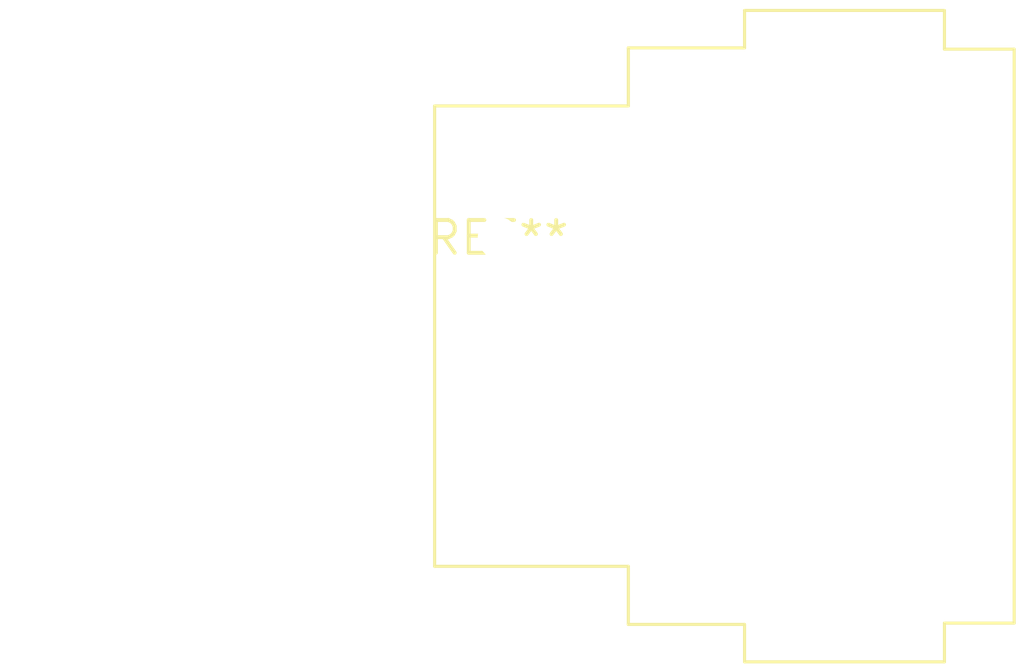
<source format=kicad_pcb>
(kicad_pcb (version 20240108) (generator pcbnew)
  (layers (0 "F.Cu" signal) (31 "B.Cu" signal) (34 "B.Paste" user) (35 "F.Paste" user) (36 "B.SilkS" user "B.Silkscreen") (37 "F.SilkS" user "F.Silkscreen") (38 "B.Mask" user) (39 "F.Mask" user) (44 "Edge.Cuts" user))
  (net 0 "")
  (footprint "Jack_XLR_Neutrik_NC5FBH-B_Horizontal" (layer "F.Cu") (at 0 0)
    (property "Reference" "REF**")
    (property "Value" "Jack_XLR_Neutrik_NC5FBH-B_Horizontal")
    (fp_line (start -2.47 -5.11) (end -2.47 12.73) (layer "F.SilkS") (stroke (width 0.12)))
    (fp_line (start 5.03 -5.11) (end -2.47 -5.11) (layer "F.SilkS") (stroke (width 0.12)))
    (fp_line (start 5.03 -5.11) (end 5.03 -7.36) (layer "F.SilkS") (stroke (width 0.12)))
    (fp_line (start 5.03 12.73) (end -2.47 12.73) (layer "F.SilkS") (stroke (width 0.12)))
    (fp_line (start 5.03 12.73) (end 5.03 14.98) (layer "F.SilkS") (stroke (width 0.12)))
    (fp_line (start 9.53 -7.36) (end 5.03 -7.36) (layer "F.SilkS") (stroke (width 0.12)))
    (fp_line (start 9.53 -7.36) (end 9.53 -8.81) (layer "F.SilkS") (stroke (width 0.12)))
    (fp_line (start 9.53 14.98) (end 5.03 14.98) (layer "F.SilkS") (stroke (width 0.12)))
    (fp_line (start 9.53 16.43) (end 9.53 14.98) (layer "F.SilkS") (stroke (width 0.12)))
    (fp_line (start 17.27 -8.81) (end 9.53 -8.81) (layer "F.SilkS") (stroke (width 0.12)))
    (fp_line (start 17.27 -8.81) (end 17.27 -7.31) (layer "F.SilkS") (stroke (width 0.12)))
    (fp_line (start 17.27 -7.31) (end 19.97 -7.31) (layer "F.SilkS") (stroke (width 0.12)))
    (fp_line (start 17.27 14.93) (end 17.27 16.43) (layer "F.SilkS") (stroke (width 0.12)))
    (fp_line (start 17.27 14.93) (end 19.97 14.93) (layer "F.SilkS") (stroke (width 0.12)))
    (fp_line (start 17.27 16.43) (end 9.53 16.43) (layer "F.SilkS") (stroke (width 0.12)))
    (fp_line (start 19.97 -7.31) (end 19.97 14.93) (layer "F.SilkS") (stroke (width 0.12)))
    (pad "" np_thru_hole circle (at 8.26 7.62) (size 1.6 1.6) (drill 1.6) (layers *.Cu *.Mask))
    (pad "" np_thru_hole circle (at 13.34 0) (size 1.6 1.6) (drill 1.6) (layers *.Cu *.Mask))
    (pad "1" thru_hole circle (at 0 0) (size 3.4 3.4) (drill 1.6) (layers *.Cu *.Mask) (remove_unused_layers))
    (pad "2" thru_hole circle (at 3.815 3.81) (size 2.9 2.9) (drill 1.2) (layers *.Cu *.Mask) (remove_unused_layers))
    (pad "3" thru_hole circle (at 0 3.81) (size 2.9 2.9) (drill 1.2) (layers *.Cu *.Mask) (remove_unused_layers))
    (pad "4" thru_hole circle (at 3.815 10.79) (size 2.9 2.9) (drill 1.2) (layers *.Cu *.Mask) (remove_unused_layers))
    (pad "5" thru_hole circle (at 0 7.62) (size 3.4 3.4) (drill 1.6) (layers *.Cu *.Mask) (remove_unused_layers))
    (pad "G" thru_hole circle (at 10.17 -4.44) (size 2.9 2.9) (drill 1.2) (layers *.Cu *.Mask) (remove_unused_layers))
  )
)
</source>
